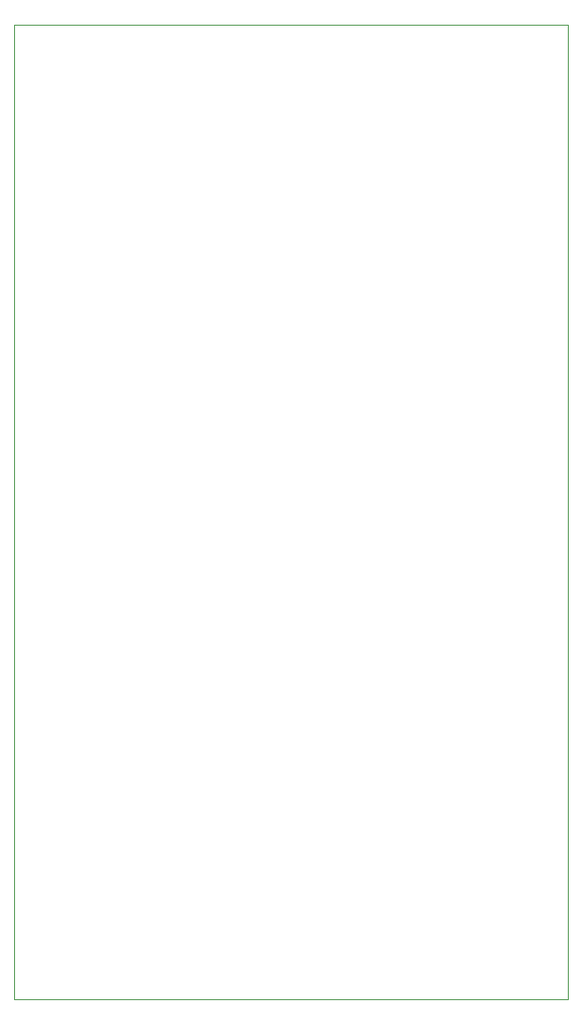
<source format=gm1>
%TF.GenerationSoftware,KiCad,Pcbnew,9.0.5*%
%TF.CreationDate,2026-02-25T00:45:25+01:00*%
%TF.ProjectId,DronePCB,44726f6e-6550-4434-922e-6b696361645f,rev?*%
%TF.SameCoordinates,Original*%
%TF.FileFunction,Profile,NP*%
%FSLAX46Y46*%
G04 Gerber Fmt 4.6, Leading zero omitted, Abs format (unit mm)*
G04 Created by KiCad (PCBNEW 9.0.5) date 2026-02-25 00:45:25*
%MOMM*%
%LPD*%
G01*
G04 APERTURE LIST*
%TA.AperFunction,Profile*%
%ADD10C,0.050000*%
%TD*%
G04 APERTURE END LIST*
D10*
X16300000Y-17000000D02*
X69400000Y-17000000D01*
X69400000Y-110300000D01*
X16300000Y-110300000D01*
X16300000Y-17000000D01*
M02*

</source>
